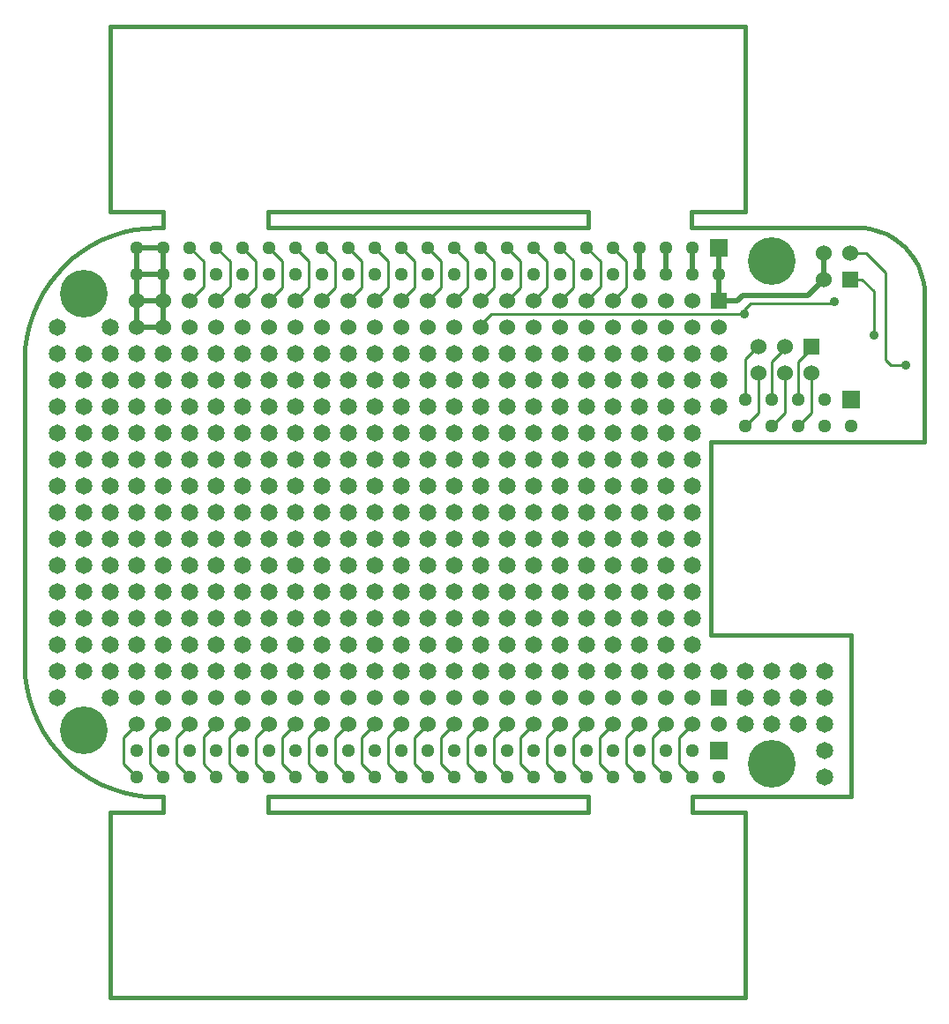
<source format=gbl>
G04 (created by PCBNEW-RS274X (2011-09-21 BZR 3143)-testing) date Tue 27 Dec 2011 10:04:21 PM EST*
G01*
G70*
G90*
%MOIN*%
G04 Gerber Fmt 3.4, Leading zero omitted, Abs format*
%FSLAX34Y34*%
G04 APERTURE LIST*
%ADD10C,0.006000*%
%ADD11C,0.015000*%
%ADD12R,0.060000X0.060000*%
%ADD13C,0.060000*%
%ADD14C,0.065000*%
%ADD15C,0.180000*%
%ADD16R,0.065000X0.065000*%
%ADD17C,0.051200*%
%ADD18C,0.035000*%
%ADD19C,0.010000*%
%ADD20C,0.020000*%
G04 APERTURE END LIST*
G54D10*
G54D11*
X21300Y00600D02*
X21300Y00000D01*
X09200Y00600D02*
X21300Y00600D01*
X09200Y00000D02*
X09200Y00600D01*
X21300Y00000D02*
X09200Y00000D01*
X09200Y-21500D02*
X09250Y-21500D01*
X09200Y-22100D02*
X09200Y-21500D01*
X21300Y-22100D02*
X09200Y-22100D01*
X21300Y-21500D02*
X21300Y-22100D01*
X09200Y-21500D02*
X21300Y-21500D01*
X31250Y-15400D02*
X25950Y-15400D01*
X31250Y-21500D02*
X28500Y-21500D01*
X31250Y-21500D02*
X31250Y-15450D01*
X05250Y00000D02*
X04900Y00000D01*
X05250Y00600D02*
X05250Y00000D01*
X03250Y00600D02*
X05250Y00600D01*
X25200Y00000D02*
X27250Y00000D01*
X25200Y00600D02*
X25200Y00000D01*
X27200Y00600D02*
X25200Y00600D01*
X27250Y-21500D02*
X25250Y-21500D01*
X27250Y-22100D02*
X27250Y-22150D01*
X25250Y-22100D02*
X27250Y-22100D01*
X25250Y-22100D02*
X25250Y-21500D01*
X05250Y-22100D02*
X05250Y-22050D01*
X03250Y-22100D02*
X05250Y-22100D01*
X05000Y-21500D02*
X05250Y-21500D01*
X05250Y-22100D02*
X05250Y-21500D01*
X27250Y-21500D02*
X28500Y-21500D01*
X27250Y-29100D02*
X27250Y-22100D01*
X03250Y-29100D02*
X27250Y-29100D01*
X03250Y-22100D02*
X03250Y-29100D01*
X03250Y07600D02*
X03250Y00600D01*
X27250Y07600D02*
X03250Y07600D01*
X27250Y00600D02*
X27250Y07600D01*
X27250Y00000D02*
X28500Y00000D01*
X25950Y-08100D02*
X25950Y-15400D01*
X34000Y-08100D02*
X25950Y-08100D01*
X34000Y-07900D02*
X34000Y-08100D01*
X28400Y00000D02*
X31500Y00000D01*
X00000Y-05000D02*
X00000Y-16500D01*
X34000Y-02500D02*
X34000Y-07950D01*
X34000Y-02500D02*
X33990Y-02283D01*
X33962Y-02066D01*
X33914Y-01853D01*
X33849Y-01645D01*
X33765Y-01444D01*
X33665Y-01251D01*
X33547Y-01067D01*
X33415Y-00894D01*
X33267Y-00733D01*
X33106Y-00585D01*
X32933Y-00453D01*
X32750Y-00335D01*
X32556Y-00235D01*
X32355Y-00151D01*
X32147Y-00086D01*
X31934Y-00038D01*
X31717Y-00010D01*
X31500Y00000D01*
X00000Y-16500D02*
X00020Y-16935D01*
X00076Y-17368D01*
X00171Y-17794D01*
X00302Y-18210D01*
X00469Y-18613D01*
X00670Y-18999D01*
X00905Y-19367D01*
X01170Y-19713D01*
X01465Y-20035D01*
X01787Y-20330D01*
X02133Y-20595D01*
X02501Y-20830D01*
X02887Y-21031D01*
X03290Y-21198D01*
X03706Y-21329D01*
X04132Y-21424D01*
X04565Y-21480D01*
X05000Y-21500D01*
X05000Y00000D02*
X04565Y-00020D01*
X04132Y-00076D01*
X03706Y-00171D01*
X03290Y-00302D01*
X02887Y-00469D01*
X02501Y-00670D01*
X02133Y-00905D01*
X01787Y-01170D01*
X01465Y-01465D01*
X01170Y-01787D01*
X00905Y-02133D01*
X00670Y-02501D01*
X00469Y-02887D01*
X00302Y-03290D01*
X00171Y-03706D01*
X00076Y-04132D01*
X00020Y-04565D01*
X00000Y-05000D01*
G54D12*
X26250Y-02750D03*
G54D13*
X26250Y-03750D03*
X21250Y-02750D03*
X25250Y-03750D03*
X20250Y-02750D03*
X24250Y-03750D03*
X19250Y-02750D03*
X23250Y-03750D03*
X18250Y-02750D03*
X22250Y-03750D03*
X17250Y-02750D03*
X21250Y-03750D03*
X16250Y-02750D03*
X20250Y-03750D03*
X15250Y-02750D03*
X19250Y-03750D03*
X14250Y-02750D03*
X18250Y-03750D03*
X13250Y-02750D03*
X17250Y-03750D03*
X12250Y-02750D03*
X16250Y-03750D03*
X11250Y-02750D03*
X15250Y-03750D03*
X14250Y-03750D03*
X10250Y-02750D03*
X13250Y-03750D03*
X11250Y-03750D03*
X10250Y-03750D03*
X09250Y-03750D03*
X08250Y-03750D03*
X09250Y-02750D03*
X08250Y-02750D03*
X25250Y-02750D03*
X24250Y-02750D03*
X23250Y-02750D03*
X22250Y-02750D03*
X07250Y-02750D03*
X07250Y-03750D03*
X12250Y-03750D03*
X06250Y-02750D03*
X06250Y-03750D03*
X05250Y-02750D03*
X05250Y-03750D03*
X04250Y-02750D03*
X04250Y-03750D03*
G54D14*
X26250Y-04750D03*
X26250Y-05750D03*
X26250Y-06750D03*
X29250Y-17750D03*
X30250Y-17750D03*
X30250Y-18750D03*
X09250Y-05750D03*
X09250Y-06750D03*
X09250Y-07750D03*
X09250Y-08750D03*
X09250Y-09750D03*
X09250Y-10750D03*
X09250Y-11750D03*
X09250Y-12750D03*
X09250Y-13750D03*
X09250Y-14750D03*
X08250Y-16750D03*
X09250Y-16750D03*
X10250Y-04750D03*
X10250Y-06750D03*
X10250Y-07750D03*
X10250Y-08750D03*
X10250Y-09750D03*
X10250Y-10750D03*
X10250Y-11750D03*
X10250Y-12750D03*
X08250Y-05750D03*
X07250Y-07750D03*
X07250Y-08750D03*
X07250Y-09750D03*
X07250Y-10750D03*
X07250Y-11750D03*
X07250Y-12750D03*
X07250Y-13750D03*
X07250Y-14750D03*
X07250Y-15750D03*
X07250Y-16750D03*
X07250Y-06750D03*
X08250Y-06750D03*
X08250Y-07750D03*
X08250Y-08750D03*
X08250Y-09750D03*
X08250Y-10750D03*
X08250Y-11750D03*
X08250Y-12750D03*
X08250Y-13750D03*
X08250Y-14750D03*
X08250Y-15750D03*
X09250Y-15750D03*
X12250Y-10750D03*
X12250Y-11750D03*
X12250Y-12750D03*
X12250Y-13750D03*
X12250Y-14750D03*
X12250Y-15750D03*
X12250Y-16750D03*
X13250Y-04750D03*
X13250Y-05750D03*
X13250Y-06750D03*
X12250Y-09750D03*
X13250Y-08750D03*
X13250Y-09750D03*
X13250Y-10750D03*
X13250Y-12750D03*
X13250Y-11750D03*
X10250Y-05750D03*
X13250Y-13750D03*
X13250Y-14750D03*
X13250Y-15750D03*
X11250Y-11750D03*
X10250Y-14750D03*
X10250Y-15750D03*
X10250Y-16750D03*
X11250Y-04750D03*
X11250Y-05750D03*
X11250Y-06750D03*
X11250Y-07750D03*
X11250Y-08750D03*
X11250Y-09750D03*
X11250Y-10750D03*
X10250Y-13750D03*
X11250Y-12750D03*
X11250Y-13750D03*
X11250Y-14750D03*
X11250Y-15750D03*
X11250Y-16750D03*
X12250Y-04750D03*
X12250Y-05750D03*
X12250Y-06750D03*
X12250Y-07750D03*
X05250Y-10750D03*
X13250Y-07750D03*
X02250Y-07750D03*
X02250Y-08750D03*
X02250Y-09750D03*
X02250Y-10750D03*
X02250Y-11750D03*
X02250Y-12750D03*
X02250Y-13750D03*
X02250Y-14750D03*
X02250Y-15750D03*
X02250Y-16750D03*
X02250Y-06750D03*
X03250Y-06750D03*
X03250Y-07750D03*
X03250Y-08750D03*
X03250Y-09750D03*
X03250Y-10750D03*
X03250Y-11750D03*
X03250Y-12750D03*
X03250Y-13750D03*
X03250Y-14750D03*
X01250Y-09750D03*
X05250Y-04750D03*
X06250Y-04750D03*
X07250Y-04750D03*
X08250Y-04750D03*
X09250Y-04750D03*
X03250Y-03750D03*
X01250Y-04750D03*
X01250Y-05750D03*
X01250Y-06750D03*
X01250Y-07750D03*
X01250Y-08750D03*
X04250Y-04750D03*
X01250Y-10750D03*
X01250Y-11750D03*
X01250Y-12750D03*
X01250Y-13750D03*
X01250Y-14750D03*
X01250Y-15750D03*
X01250Y-16750D03*
X01250Y-17750D03*
X02250Y-05750D03*
X06250Y-08750D03*
X03250Y-05750D03*
X05250Y-11750D03*
X05250Y-12750D03*
X05250Y-13750D03*
X05250Y-14750D03*
X05250Y-15750D03*
X05250Y-16750D03*
X06250Y-05750D03*
X06250Y-06750D03*
X06250Y-07750D03*
X05250Y-09750D03*
X06250Y-09750D03*
X06250Y-10750D03*
X06250Y-11750D03*
X06250Y-12750D03*
X06250Y-13750D03*
X06250Y-14750D03*
X06250Y-15750D03*
X06250Y-16750D03*
X07250Y-05750D03*
X04250Y-10750D03*
X03250Y-16750D03*
X03250Y-17750D03*
X04250Y-05750D03*
X01250Y-03750D03*
X04250Y-06750D03*
X04250Y-07750D03*
X04250Y-08750D03*
X02250Y-04750D03*
X03250Y-04750D03*
X04250Y-09750D03*
X03250Y-15750D03*
X04250Y-11750D03*
X04250Y-12750D03*
X04250Y-13750D03*
X04250Y-14750D03*
X04250Y-15750D03*
X04250Y-16750D03*
X05250Y-05750D03*
X05250Y-06750D03*
X05250Y-07750D03*
X05250Y-08750D03*
X12250Y-08750D03*
X27250Y-18750D03*
X27250Y-17750D03*
X25250Y-15750D03*
X25250Y-14750D03*
X25250Y-11750D03*
X25250Y-10750D03*
X25250Y-07750D03*
X25250Y-05750D03*
X25250Y-04750D03*
X24250Y-14750D03*
X28250Y-18750D03*
X24250Y-10750D03*
X19250Y-14750D03*
X24250Y-07750D03*
X24250Y-05750D03*
X23250Y-16750D03*
X23250Y-14750D03*
X23250Y-13750D03*
X23250Y-12750D03*
X23250Y-11750D03*
X21250Y-12750D03*
X20250Y-15750D03*
X20250Y-16750D03*
X21250Y-04750D03*
X21250Y-05750D03*
X21250Y-06750D03*
X21250Y-07750D03*
X21250Y-08750D03*
X21250Y-09750D03*
X21250Y-10750D03*
X21250Y-11750D03*
X20250Y-14750D03*
X21250Y-13750D03*
X21250Y-14750D03*
X21250Y-15750D03*
X21250Y-16750D03*
X22250Y-04750D03*
X30250Y-16750D03*
X28250Y-16750D03*
X30250Y-20750D03*
X28250Y-17750D03*
X24250Y-13750D03*
X30250Y-19750D03*
X29250Y-18750D03*
X27250Y-16750D03*
X26250Y-16750D03*
X25250Y-16750D03*
X25250Y-13750D03*
X25250Y-12750D03*
X25250Y-09750D03*
X25250Y-08750D03*
X29250Y-16750D03*
X24250Y-16750D03*
X24250Y-15750D03*
X24250Y-12750D03*
X24250Y-11750D03*
X24250Y-09750D03*
X24250Y-08750D03*
X24250Y-06750D03*
X24250Y-04750D03*
X23250Y-15750D03*
X22250Y-13750D03*
X23250Y-09750D03*
X20250Y-12750D03*
X23250Y-08750D03*
X23250Y-07750D03*
X23250Y-06750D03*
X23250Y-05750D03*
X23250Y-04750D03*
X22250Y-16750D03*
X22250Y-15750D03*
X22250Y-14750D03*
X23250Y-10750D03*
X22250Y-12750D03*
X22250Y-11750D03*
X22250Y-10750D03*
X22250Y-09750D03*
X22250Y-08750D03*
X22250Y-07750D03*
X22250Y-06750D03*
X22250Y-05750D03*
X19250Y-16750D03*
X15250Y-13750D03*
X15250Y-14750D03*
X15250Y-15750D03*
X15250Y-16750D03*
X16250Y-04750D03*
X16250Y-05750D03*
X16250Y-06750D03*
X16250Y-07750D03*
X16250Y-08750D03*
X16250Y-09750D03*
X15250Y-12750D03*
X16250Y-11750D03*
X16250Y-12750D03*
X16250Y-13750D03*
X16250Y-14750D03*
X16250Y-15750D03*
X16250Y-16750D03*
X17250Y-04750D03*
X17250Y-05750D03*
X17250Y-06750D03*
X17250Y-07750D03*
X14250Y-14750D03*
X14250Y-04750D03*
X14250Y-05750D03*
X14250Y-06750D03*
X14250Y-07750D03*
X14250Y-08750D03*
X14250Y-09750D03*
X14250Y-10750D03*
X14250Y-11750D03*
X14250Y-12750D03*
X14250Y-13750D03*
X13250Y-16750D03*
X14250Y-15750D03*
X14250Y-16750D03*
X15250Y-04750D03*
X15250Y-05750D03*
X15250Y-06750D03*
X15250Y-07750D03*
X15250Y-08750D03*
X15250Y-09750D03*
X15250Y-10750D03*
X15250Y-11750D03*
X16250Y-10750D03*
X19250Y-05750D03*
X19250Y-06750D03*
X19250Y-07750D03*
X19250Y-08750D03*
X19250Y-09750D03*
X19250Y-10750D03*
X19250Y-11750D03*
X19250Y-12750D03*
X19250Y-13750D03*
X19250Y-15750D03*
X19250Y-04750D03*
X20250Y-04750D03*
X20250Y-05750D03*
X20250Y-06750D03*
X20250Y-07750D03*
X20250Y-08750D03*
X20250Y-09750D03*
X20250Y-10750D03*
X20250Y-11750D03*
X20250Y-13750D03*
X18250Y-06750D03*
X17250Y-09750D03*
X17250Y-10750D03*
X17250Y-11750D03*
X17250Y-12750D03*
X17250Y-13750D03*
X17250Y-14750D03*
X17250Y-15750D03*
X17250Y-16750D03*
X18250Y-04750D03*
X18250Y-05750D03*
X17250Y-08750D03*
X18250Y-07750D03*
X18250Y-08750D03*
X18250Y-09750D03*
X18250Y-10750D03*
X18250Y-11750D03*
X18250Y-12750D03*
X18250Y-13750D03*
X18250Y-14750D03*
X18250Y-15750D03*
X18250Y-16750D03*
X25250Y-06750D03*
G54D12*
X26250Y-17750D03*
G54D13*
X26250Y-18750D03*
X21250Y-17750D03*
X25250Y-18750D03*
X20250Y-17750D03*
X24250Y-18750D03*
X19250Y-17750D03*
X23250Y-18750D03*
X18250Y-17750D03*
X22250Y-18750D03*
X17250Y-17750D03*
X21250Y-18750D03*
X16250Y-17750D03*
X20250Y-18750D03*
X15250Y-17750D03*
X19250Y-18750D03*
X14250Y-17750D03*
X18250Y-18750D03*
X13250Y-17750D03*
X17250Y-18750D03*
X12250Y-17750D03*
X16250Y-18750D03*
X11250Y-17750D03*
X15250Y-18750D03*
X14250Y-18750D03*
X10250Y-17750D03*
X13250Y-18750D03*
X11250Y-18750D03*
X10250Y-18750D03*
X09250Y-18750D03*
X08250Y-18750D03*
X09250Y-17750D03*
X08250Y-17750D03*
X25250Y-17750D03*
X24250Y-17750D03*
X23250Y-17750D03*
X22250Y-17750D03*
X07250Y-17750D03*
X07250Y-18750D03*
X12250Y-18750D03*
X06250Y-17750D03*
X06250Y-18750D03*
X05250Y-17750D03*
X05250Y-18750D03*
X04250Y-17750D03*
X04250Y-18750D03*
G54D12*
X29750Y-04500D03*
G54D13*
X29750Y-05500D03*
X28750Y-04500D03*
X28750Y-05500D03*
X27750Y-04500D03*
X27750Y-05500D03*
G54D12*
X31200Y-01950D03*
G54D13*
X30200Y-01950D03*
X31200Y-00950D03*
X30200Y-00950D03*
G54D15*
X02250Y-02500D03*
X28250Y-01250D03*
X28250Y-20250D03*
X02250Y-19000D03*
G54D16*
X26250Y-00750D03*
G54D17*
X26250Y-01750D03*
X25250Y-00750D03*
X25250Y-01750D03*
X24250Y-00750D03*
X24250Y-01750D03*
X23250Y-00750D03*
X23250Y-01750D03*
X22250Y-00750D03*
X22250Y-01750D03*
X21250Y-00750D03*
X21250Y-01750D03*
X20250Y-00750D03*
X20250Y-01750D03*
X19250Y-00750D03*
X19250Y-01750D03*
X18250Y-00750D03*
X18250Y-01750D03*
X17250Y-00750D03*
X17250Y-01750D03*
X16250Y-00750D03*
X16250Y-01750D03*
X15250Y-00750D03*
X15250Y-01750D03*
X14250Y-00750D03*
X14250Y-01750D03*
X13250Y-00750D03*
X13250Y-01750D03*
X12250Y-00750D03*
X12250Y-01750D03*
X11250Y-00750D03*
X11250Y-01750D03*
X10250Y-00750D03*
X10250Y-01750D03*
X09250Y-00750D03*
X09250Y-01750D03*
X08250Y-00750D03*
X08250Y-01750D03*
X07250Y-00750D03*
X07250Y-01750D03*
X06250Y-00750D03*
X06250Y-01750D03*
X05250Y-00750D03*
X05250Y-01750D03*
X04250Y-00750D03*
X04250Y-01750D03*
G54D16*
X26250Y-19750D03*
G54D17*
X26250Y-20750D03*
X25250Y-19750D03*
X25250Y-20750D03*
X24250Y-19750D03*
X24250Y-20750D03*
X23250Y-19750D03*
X23250Y-20750D03*
X22250Y-19750D03*
X22250Y-20750D03*
X21250Y-19750D03*
X21250Y-20750D03*
X20250Y-19750D03*
X20250Y-20750D03*
X19250Y-19750D03*
X19250Y-20750D03*
X18250Y-19750D03*
X18250Y-20750D03*
X17250Y-19750D03*
X17250Y-20750D03*
X16250Y-19750D03*
X16250Y-20750D03*
X15250Y-19750D03*
X15250Y-20750D03*
X14250Y-19750D03*
X14250Y-20750D03*
X13250Y-19750D03*
X13250Y-20750D03*
X12250Y-19750D03*
X12250Y-20750D03*
X11250Y-19750D03*
X11250Y-20750D03*
X10250Y-19750D03*
X10250Y-20750D03*
X09250Y-19750D03*
X09250Y-20750D03*
X08250Y-19750D03*
X08250Y-20750D03*
X07250Y-19750D03*
X07250Y-20750D03*
X06250Y-19750D03*
X06250Y-20750D03*
X05250Y-19750D03*
X05250Y-20750D03*
X04250Y-19750D03*
X04250Y-20750D03*
G54D16*
X31250Y-06500D03*
G54D17*
X31250Y-07500D03*
X30250Y-06500D03*
X30250Y-07500D03*
X29250Y-06500D03*
X29250Y-07500D03*
X28250Y-06500D03*
X28250Y-07500D03*
X27250Y-06500D03*
X27250Y-07500D03*
G54D18*
X33300Y-05200D03*
X32100Y-04050D03*
X30600Y-02800D03*
X27200Y-03250D03*
G54D19*
X28750Y-05500D02*
X28750Y-07000D01*
X28750Y-07000D02*
X28250Y-07500D01*
X29750Y-05500D02*
X29750Y-07000D01*
X29750Y-07000D02*
X29250Y-07500D01*
X29750Y-04500D02*
X29750Y-04550D01*
X29250Y-05050D02*
X29250Y-06500D01*
X29750Y-04550D02*
X29250Y-05050D01*
X28750Y-04500D02*
X28750Y-04550D01*
X28250Y-05050D02*
X28250Y-06500D01*
X28750Y-04550D02*
X28250Y-05050D01*
X27750Y-04500D02*
X27700Y-04500D01*
X27250Y-04950D02*
X27250Y-06500D01*
X27700Y-04500D02*
X27250Y-04950D01*
X27750Y-05500D02*
X27750Y-07000D01*
X27750Y-07000D02*
X27250Y-07500D01*
X20250Y-18750D02*
X19750Y-19250D01*
X19750Y-20250D02*
X20250Y-20750D01*
X19750Y-19250D02*
X19750Y-20250D01*
X15250Y-18750D02*
X14750Y-19250D01*
X14750Y-20250D02*
X15250Y-20750D01*
X14750Y-19250D02*
X14750Y-20250D01*
X21250Y-18750D02*
X20750Y-19250D01*
X20750Y-20250D02*
X21250Y-20750D01*
X20750Y-19250D02*
X20750Y-20250D01*
X19250Y-18750D02*
X18750Y-19250D01*
X18750Y-20250D02*
X19250Y-20750D01*
X18750Y-19250D02*
X18750Y-20250D01*
X14250Y-18750D02*
X13750Y-19250D01*
X13750Y-20250D02*
X14250Y-20750D01*
X13750Y-19250D02*
X13750Y-20250D01*
X24250Y-18750D02*
X23750Y-19250D01*
X23750Y-20250D02*
X24250Y-20750D01*
X23750Y-19250D02*
X23750Y-20250D01*
X17250Y-18750D02*
X16750Y-19250D01*
X16750Y-20250D02*
X17250Y-20750D01*
X16750Y-19250D02*
X16750Y-20250D01*
X16250Y-18750D02*
X15750Y-19250D01*
X15750Y-20250D02*
X16250Y-20750D01*
X15750Y-19250D02*
X15750Y-20250D01*
X25250Y-18750D02*
X24750Y-19250D01*
X24750Y-20250D02*
X25250Y-20750D01*
X24750Y-19250D02*
X24750Y-20250D01*
X18250Y-18750D02*
X17750Y-19250D01*
X17750Y-20250D02*
X18250Y-20750D01*
X17750Y-19250D02*
X17750Y-20250D01*
X06250Y-18750D02*
X05750Y-19250D01*
X05750Y-20250D02*
X06250Y-20750D01*
X05750Y-19250D02*
X05750Y-20250D01*
X07250Y-18750D02*
X06775Y-19225D01*
X06775Y-20275D02*
X07250Y-20750D01*
X06775Y-19225D02*
X06775Y-20275D01*
X13250Y-18750D02*
X12750Y-19250D01*
X12750Y-20250D02*
X13250Y-20750D01*
X12750Y-19250D02*
X12750Y-20250D01*
X12250Y-18750D02*
X11750Y-19250D01*
X11750Y-20250D02*
X12250Y-20750D01*
X11750Y-19250D02*
X11750Y-20250D01*
X04250Y-18750D02*
X03750Y-19250D01*
X03750Y-20250D02*
X04250Y-20750D01*
X03750Y-19250D02*
X03750Y-20250D01*
X05250Y-18750D02*
X04750Y-19250D01*
X04750Y-20250D02*
X05250Y-20750D01*
X04750Y-19250D02*
X04750Y-20250D01*
X22250Y-18750D02*
X21750Y-19250D01*
X21750Y-20250D02*
X22250Y-20750D01*
X21750Y-19250D02*
X21750Y-20250D01*
X23250Y-18750D02*
X22750Y-19250D01*
X22750Y-20250D02*
X23250Y-20750D01*
X22750Y-19250D02*
X22750Y-20250D01*
X09250Y-18750D02*
X08750Y-19250D01*
X08750Y-20250D02*
X09250Y-20750D01*
X08750Y-19250D02*
X08750Y-20250D01*
X10250Y-18750D02*
X09750Y-19250D01*
X09750Y-20250D02*
X10250Y-20750D01*
X09750Y-19250D02*
X09750Y-20250D01*
X11250Y-18750D02*
X10750Y-19250D01*
X10750Y-20250D02*
X11250Y-20750D01*
X10750Y-19250D02*
X10750Y-20250D01*
X08250Y-18750D02*
X07750Y-19250D01*
X07750Y-20250D02*
X08250Y-20750D01*
X07750Y-19250D02*
X07750Y-20250D01*
X31800Y-00950D02*
X31200Y-00950D01*
X32550Y-01700D02*
X31800Y-00950D01*
X32550Y-05000D02*
X32550Y-01700D01*
X32750Y-05200D02*
X32550Y-05000D01*
X33300Y-05200D02*
X32750Y-05200D01*
X31200Y-01950D02*
X31650Y-01950D01*
X32100Y-02400D02*
X32100Y-04050D01*
X31650Y-01950D02*
X32100Y-02400D01*
X07250Y-00750D02*
X07775Y-01275D01*
X07775Y-02225D02*
X07250Y-02750D01*
X07775Y-01275D02*
X07775Y-02225D01*
X08250Y-00750D02*
X08750Y-01250D01*
X08750Y-02250D02*
X08250Y-02750D01*
X08750Y-01250D02*
X08750Y-02250D01*
X10250Y-00750D02*
X10750Y-01250D01*
X10750Y-02250D02*
X10250Y-02750D01*
X10750Y-01250D02*
X10750Y-02250D01*
X09250Y-00750D02*
X09750Y-01250D01*
X09750Y-02250D02*
X09250Y-02750D01*
X09750Y-01250D02*
X09750Y-02250D01*
X06250Y-00750D02*
X06775Y-01275D01*
X06775Y-02225D02*
X06250Y-02750D01*
X06775Y-01275D02*
X06775Y-02225D01*
G54D20*
X04250Y-00750D02*
X05250Y-00750D01*
X04250Y-02750D02*
X05250Y-02750D01*
X04250Y-03750D02*
X05250Y-03750D01*
X04250Y-01750D02*
X05250Y-01750D01*
X04250Y-00750D02*
X04250Y-01750D01*
X04250Y-01750D02*
X04250Y-02750D01*
X04250Y-02750D02*
X04250Y-03750D01*
X05250Y-00750D02*
X05250Y-01750D01*
X05250Y-01750D02*
X05250Y-02750D01*
X05250Y-02750D02*
X05250Y-03750D01*
G54D19*
X19250Y-00750D02*
X19750Y-01250D01*
X19750Y-02250D02*
X19250Y-02750D01*
X19750Y-01250D02*
X19750Y-02250D01*
X15250Y-00750D02*
X15750Y-01250D01*
X15750Y-02250D02*
X15250Y-02750D01*
X15750Y-01250D02*
X15750Y-02250D01*
X13250Y-00750D02*
X13750Y-01250D01*
X13750Y-02250D02*
X13250Y-02750D01*
X13750Y-01250D02*
X13750Y-02250D01*
X14250Y-00750D02*
X14750Y-01250D01*
X14750Y-02250D02*
X14250Y-02750D01*
X14750Y-01250D02*
X14750Y-02250D01*
X18250Y-00750D02*
X18750Y-01250D01*
X18750Y-02250D02*
X18250Y-02750D01*
X18750Y-01250D02*
X18750Y-02250D01*
X17250Y-00750D02*
X17750Y-01250D01*
X17750Y-02250D02*
X17250Y-02750D01*
X17750Y-01250D02*
X17750Y-02250D01*
X27200Y-03250D02*
X27200Y-03100D01*
X30550Y-02850D02*
X30600Y-02800D01*
X27450Y-02850D02*
X30550Y-02850D01*
X27200Y-03100D02*
X27450Y-02850D01*
X17250Y-03750D02*
X17250Y-03650D01*
X17650Y-03250D02*
X27200Y-03250D01*
X17250Y-03650D02*
X17650Y-03250D01*
X22250Y-00750D02*
X22750Y-01250D01*
X22750Y-02250D02*
X22250Y-02750D01*
X22750Y-01250D02*
X22750Y-02250D01*
X12250Y-00750D02*
X12750Y-01250D01*
X12750Y-02250D02*
X12250Y-02750D01*
X12750Y-01250D02*
X12750Y-02250D01*
X11250Y-00750D02*
X11750Y-01250D01*
X11750Y-02250D02*
X11250Y-02750D01*
X11750Y-01250D02*
X11750Y-02250D01*
G54D20*
X23250Y-01750D02*
X23250Y-00750D01*
G54D19*
X16250Y-00750D02*
X16750Y-01250D01*
X16750Y-02250D02*
X16250Y-02750D01*
X16750Y-01250D02*
X16750Y-02250D01*
X21250Y-00750D02*
X21775Y-01275D01*
X21775Y-02225D02*
X21250Y-02750D01*
X21775Y-01275D02*
X21775Y-02225D01*
X20250Y-00750D02*
X20725Y-01225D01*
X20725Y-02275D02*
X20250Y-02750D01*
X20725Y-01225D02*
X20725Y-02275D01*
G54D20*
X25250Y-01750D02*
X25250Y-00750D01*
X24250Y-01750D02*
X24250Y-00750D01*
X26250Y-02750D02*
X26950Y-02750D01*
X29600Y-02550D02*
X30200Y-01950D01*
X27150Y-02550D02*
X29600Y-02550D01*
X26950Y-02750D02*
X27150Y-02550D01*
X30200Y-00950D02*
X30200Y-01950D01*
X26250Y-02750D02*
X26250Y-01750D01*
X26250Y-01750D02*
X26250Y-00750D01*
M02*

</source>
